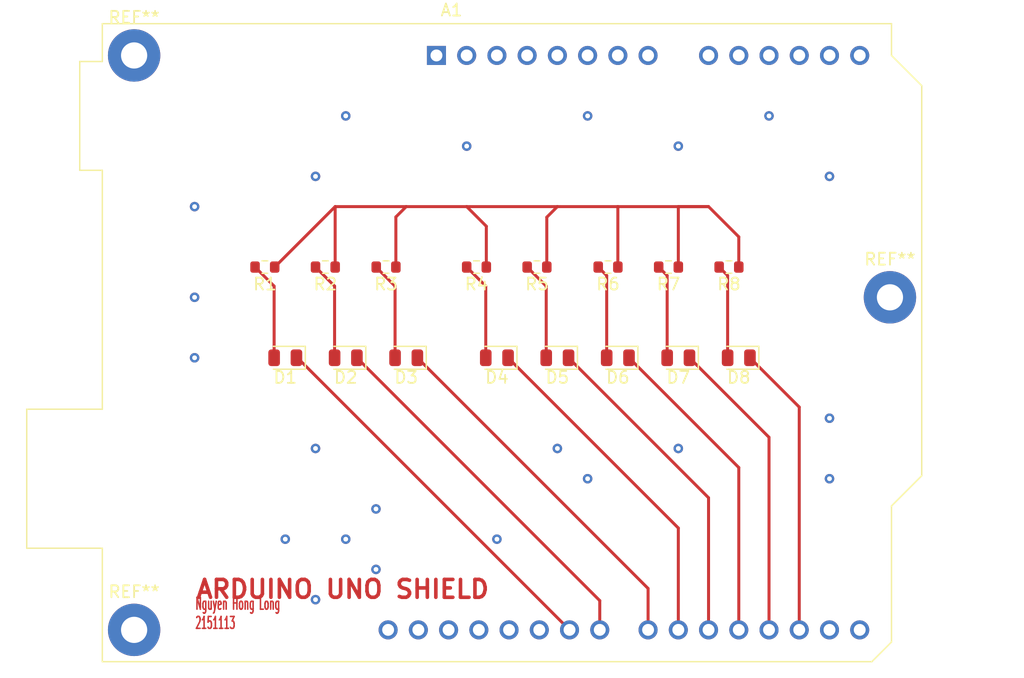
<source format=kicad_pcb>
(kicad_pcb (version 20221018) (generator pcbnew)
  (layers (0 "F.Cu" signal) (31 "B.Cu" signal) (34 "B.Paste" user) (35 "F.Paste" user) (36 "B.SilkS" user "B.Silkscreen") (37 "F.SilkS" user "F.Silkscreen") (38 "B.Mask" user) (39 "F.Mask" user) (44 "Edge.Cuts" user))
  (net 0 "")
  (net 3 "Net-(A1-D9)")
  (net 4 "Net-(D1-A)")
  (net 5 "Net-(A1-D8)")
  (net 6 "Net-(D2-A)")
  (net 7 "Net-(A1-D7)")
  (net 8 "Net-(D3-A)")
  (net 9 "Net-(A1-D6)")
  (net 10 "Net-(D4-A)")
  (net 11 "Net-(A1-D5)")
  (net 12 "Net-(D5-A)")
  (net 13 "Net-(A1-D4)")
  (net 14 "Net-(D6-A)")
  (net 15 "Net-(A1-D3)")
  (net 16 "Net-(D7-A)")
  (net 17 "Net-(A1-D2)")
  (net 18 "Net-(D8-A)")
  (net 19 "Net-(A1-+5V)")
  (net 22 "GND")
  (footprint "MountingHole:MountingHole_2.2mm_M2_Pad" (layer "F.Cu") (at 114.3 119.38)
    (fp_text reference "REF**" (at 0 -3.2) (layer "F.SilkS"))
    (fp_text value "MountingHole_2.2mm_M2_Pad")
    (pad "1" thru_hole circle (at 0 0) (size 4.4 4.4) (drill 2.2) (layers "*.Cu" "*.Mask"))
  )
  (footprint "MountingHole:MountingHole_2.2mm_M2_Pad" (layer "F.Cu") (at 114.3 71.12)
    (fp_text reference "REF**" (at 0 -3.2) (layer "F.SilkS"))
    (fp_text value "MountingHole_2.2mm_M2_Pad")
    (pad "1" thru_hole circle (at 0 0) (size 4.4 4.4) (drill 2.2) (layers "*.Cu" "*.Mask"))
  )
  (footprint "Resistor_SMD:R_0603_1608Metric" (layer "F.Cu") (at 130.365 88.9 180)
    (fp_text reference "R2" (at 0 -1.43) (layer "F.SilkS"))
    (fp_text value "247")
    (fp_line (start -0.237258 -0.5225) (end 0.237258 -0.5225) (stroke (width 0.12)) (layer "F.SilkS"))
    (fp_line (start -0.237258 0.5225) (end 0.237258 0.5225) (stroke (width 0.12)) (layer "F.SilkS"))
    (pad "1" smd roundrect (at -0.825 0 180) (size 0.8 0.95) (layers "F.Cu" "F.Paste" "F.Mask") (net 19 "Net-(A1-+5V)"))
    (pad "2" smd roundrect (at 0.825 0 180) (size 0.8 0.95) (layers "F.Cu" "F.Paste" "F.Mask") (net 6 "Net-(D2-A)"))
  )
  (footprint "LED_SMD:LED_0805_2012Metric" (layer "F.Cu") (at 127 96.52 180)
    (fp_text reference "D1" (at 0 -1.65) (layer "F.SilkS"))
    (fp_text value "LED")
    (fp_line (start -1.685 -0.96) (end -1.685 0.96) (stroke (width 0.12)) (layer "F.SilkS"))
    (fp_line (start -1.685 0.96) (end 1 0.96) (stroke (width 0.12)) (layer "F.SilkS"))
    (fp_line (start 1 -0.96) (end -1.685 -0.96) (stroke (width 0.12)) (layer "F.SilkS"))
    (pad "1" smd roundrect (at -0.9375 0 180) (size 0.975 1.4) (layers "F.Cu" "F.Paste" "F.Mask") (net 3 "Net-(A1-D9)"))
    (pad "2" smd roundrect (at 0.9375 0 180) (size 0.975 1.4) (layers "F.Cu" "F.Paste" "F.Mask") (net 4 "Net-(D1-A)"))
  )
  (footprint "LED_SMD:LED_0805_2012Metric" (layer "F.Cu") (at 149.86 96.52 180)
    (fp_text reference "D5" (at 0 -1.65) (layer "F.SilkS"))
    (fp_text value "LED")
    (fp_line (start -1.685 -0.96) (end -1.685 0.96) (stroke (width 0.12)) (layer "F.SilkS"))
    (fp_line (start -1.685 0.96) (end 1 0.96) (stroke (width 0.12)) (layer "F.SilkS"))
    (fp_line (start 1 -0.96) (end -1.685 -0.96) (stroke (width 0.12)) (layer "F.SilkS"))
    (pad "1" smd roundrect (at -0.9375 0 180) (size 0.975 1.4) (layers "F.Cu" "F.Paste" "F.Mask") (net 11 "Net-(A1-D5)"))
    (pad "2" smd roundrect (at 0.9375 0 180) (size 0.975 1.4) (layers "F.Cu" "F.Paste" "F.Mask") (net 12 "Net-(D5-A)"))
  )
  (footprint "Resistor_SMD:R_0603_1608Metric" (layer "F.Cu") (at 135.465 88.9 180)
    (fp_text reference "R3" (at 0 -1.43) (layer "F.SilkS"))
    (fp_text value "247")
    (fp_line (start -0.237258 -0.5225) (end 0.237258 -0.5225) (stroke (width 0.12)) (layer "F.SilkS"))
    (fp_line (start -0.237258 0.5225) (end 0.237258 0.5225) (stroke (width 0.12)) (layer "F.SilkS"))
    (pad "1" smd roundrect (at -0.825 0 180) (size 0.8 0.95) (layers "F.Cu" "F.Paste" "F.Mask") (net 19 "Net-(A1-+5V)"))
    (pad "2" smd roundrect (at 0.825 0 180) (size 0.8 0.95) (layers "F.Cu" "F.Paste" "F.Mask") (net 8 "Net-(D3-A)"))
  )
  (footprint "Resistor_SMD:R_0603_1608Metric" (layer "F.Cu") (at 148.145 88.9 180)
    (fp_text reference "R5" (at 0 -1.43) (layer "F.SilkS"))
    (fp_text value "247")
    (fp_line (start -0.237258 -0.5225) (end 0.237258 -0.5225) (stroke (width 0.12)) (layer "F.SilkS"))
    (fp_line (start -0.237258 0.5225) (end 0.237258 0.5225) (stroke (width 0.12)) (layer "F.SilkS"))
    (pad "1" smd roundrect (at -0.825 0 180) (size 0.8 0.95) (layers "F.Cu" "F.Paste" "F.Mask") (net 19 "Net-(A1-+5V)"))
    (pad "2" smd roundrect (at 0.825 0 180) (size 0.8 0.95) (layers "F.Cu" "F.Paste" "F.Mask") (net 12 "Net-(D5-A)"))
  )
  (footprint "LED_SMD:LED_0805_2012Metric" (layer "F.Cu") (at 132.08 96.52 180)
    (fp_text reference "D2" (at 0 -1.65) (layer "F.SilkS"))
    (fp_text value "LED")
    (fp_line (start -1.685 -0.96) (end -1.685 0.96) (stroke (width 0.12)) (layer "F.SilkS"))
    (fp_line (start -1.685 0.96) (end 1 0.96) (stroke (width 0.12)) (layer "F.SilkS"))
    (fp_line (start 1 -0.96) (end -1.685 -0.96) (stroke (width 0.12)) (layer "F.SilkS"))
    (pad "1" smd roundrect (at -0.9375 0 180) (size 0.975 1.4) (layers "F.Cu" "F.Paste" "F.Mask") (net 5 "Net-(A1-D8)"))
    (pad "2" smd roundrect (at 0.9375 0 180) (size 0.975 1.4) (layers "F.Cu" "F.Paste" "F.Mask") (net 6 "Net-(D2-A)"))
  )
  (footprint "LED_SMD:LED_0805_2012Metric" (layer "F.Cu") (at 165.1 96.52 180)
    (fp_text reference "D8" (at 0 -1.65) (layer "F.SilkS"))
    (fp_text value "LED")
    (fp_line (start -1.685 -0.96) (end -1.685 0.96) (stroke (width 0.12)) (layer "F.SilkS"))
    (fp_line (start -1.685 0.96) (end 1 0.96) (stroke (width 0.12)) (layer "F.SilkS"))
    (fp_line (start 1 -0.96) (end -1.685 -0.96) (stroke (width 0.12)) (layer "F.SilkS"))
    (pad "1" smd roundrect (at -0.9375 0 180) (size 0.975 1.4) (layers "F.Cu" "F.Paste" "F.Mask") (net 17 "Net-(A1-D2)"))
    (pad "2" smd roundrect (at 0.9375 0 180) (size 0.975 1.4) (layers "F.Cu" "F.Paste" "F.Mask") (net 18 "Net-(D8-A)"))
  )
  (footprint "Module:Arduino_UNO_R2" (layer "F.Cu") (at 139.7 71.12)
    (fp_text reference "A1" (at 1.27 -3.81 180) (layer "F.SilkS"))
    (fp_text value "Arduino_UNO_R2")
    (fp_line (start -34.42 29.72) (end -34.42 41.4) (stroke (width 0.12)) (layer "F.SilkS"))
    (fp_line (start -34.42 41.4) (end -28.07 41.4) (stroke (width 0.12)) (layer "F.SilkS"))
    (fp_line (start -29.97 0.51) (end -29.97 9.65) (stroke (width 0.12)) (layer "F.SilkS"))
    (fp_line (start -29.97 9.65) (end -28.07 9.65) (stroke (width 0.12)) (layer "F.SilkS"))
    (fp_line (start -28.07 -2.67) (end -28.07 0.51) (stroke (width 0.12)) (layer "F.SilkS"))
    (fp_line (start -28.07 0.51) (end -29.97 0.51) (stroke (width 0.12)) (layer "F.SilkS"))
    (fp_line (start -28.07 9.65) (end -28.07 29.72) (stroke (width 0.12)) (layer "F.SilkS"))
    (fp_line (start -28.07 29.72) (end -34.42 29.72) (stroke (width 0.12)) (layer "F.SilkS"))
    (fp_line (start -28.07 41.4) (end -28.07 50.93) (stroke (width 0.12)) (layer "F.SilkS"))
    (fp_line (start -28.07 50.93) (end 36.58 50.93) (stroke (width 0.12)) (layer "F.SilkS"))
    (fp_line (start 36.58 50.93) (end 38.23 49.28) (stroke (width 0.12)) (layer "F.SilkS"))
    (fp_line (start 38.23 -2.67) (end -28.07 -2.67) (stroke (width 0.12)) (layer "F.SilkS"))
    (fp_line (start 38.23 0) (end 38.23 -2.67) (stroke (width 0.12)) (layer "F.SilkS"))
    (fp_line (start 38.23 37.85) (end 40.77 35.31) (stroke (width 0.12)) (layer "F.SilkS"))
    (fp_line (start 38.23 49.28) (end 38.23 37.85) (stroke (width 0.12)) (layer "F.SilkS"))
    (fp_line (start 40.77 2.54) (end 38.23 0) (stroke (width 0.12)) (layer "F.SilkS"))
    (fp_line (start 40.77 35.31) (end 40.77 2.54) (stroke (width 0.12)) (layer "F.SilkS"))
    (pad "1" thru_hole rect (at 0 0 90) (size 1.6 1.6) (drill 1) (layers "*.Cu" "*.Mask"))
    (pad "2" thru_hole oval (at 2.54 0 90) (size 1.6 1.6) (drill 1) (layers "*.Cu" "*.Mask"))
    (pad "3" thru_hole oval (at 5.08 0 90) (size 1.6 1.6) (drill 1) (layers "*.Cu" "*.Mask"))
    (pad "4" thru_hole oval (at 7.62 0 90) (size 1.6 1.6) (drill 1) (layers "*.Cu" "*.Mask"))
    (pad "5" thru_hole oval (at 10.16 0 90) (size 1.6 1.6) (drill 1) (layers "*.Cu" "*.Mask") (net 19 "Net-(A1-+5V)"))
    (pad "6" thru_hole oval (at 12.7 0 90) (size 1.6 1.6) (drill 1) (layers "*.Cu" "*.Mask") (net 22 "GND"))
    (pad "7" thru_hole oval (at 15.24 0 90) (size 1.6 1.6) (drill 1) (layers "*.Cu" "*.Mask") (net 22 "GND"))
    (pad "8" thru_hole oval (at 17.78 0 90) (size 1.6 1.6) (drill 1) (layers "*.Cu" "*.Mask"))
    (pad "9" thru_hole oval (at 22.86 0 90) (size 1.6 1.6) (drill 1) (layers "*.Cu" "*.Mask"))
    (pad "10" thru_hole oval (at 25.4 0 90) (size 1.6 1.6) (drill 1) (layers "*.Cu" "*.Mask"))
    (pad "11" thru_hole oval (at 27.94 0 90) (size 1.6 1.6) (drill 1) (layers "*.Cu" "*.Mask"))
    (pad "12" thru_hole oval (at 30.48 0 90) (size 1.6 1.6) (drill 1) (layers "*.Cu" "*.Mask"))
    (pad "13" thru_hole oval (at 33.02 0 90) (size 1.6 1.6) (drill 1) (layers "*.Cu" "*.Mask"))
    (pad "14" thru_hole oval (at 35.56 0 90) (size 1.6 1.6) (drill 1) (layers "*.Cu" "*.Mask"))
    (pad "15" thru_hole oval (at 35.56 48.26 90) (size 1.6 1.6) (drill 1) (layers "*.Cu" "*.Mask"))
    (pad "16" thru_hole oval (at 33.02 48.26 90) (size 1.6 1.6) (drill 1) (layers "*.Cu" "*.Mask"))
    (pad "17" thru_hole oval (at 30.48 48.26 90) (size 1.6 1.6) (drill 1) (layers "*.Cu" "*.Mask") (net 17 "Net-(A1-D2)"))
    (pad "18" thru_hole oval (at 27.94 48.26 90) (size 1.6 1.6) (drill 1) (layers "*.Cu" "*.Mask") (net 15 "Net-(A1-D3)"))
    (pad "19" thru_hole oval (at 25.4 48.26 90) (size 1.6 1.6) (drill 1) (layers "*.Cu" "*.Mask") (net 13 "Net-(A1-D4)"))
    (pad "20" thru_hole oval (at 22.86 48.26 90) (size 1.6 1.6) (drill 1) (layers "*.Cu" "*.Mask") (net 11 "Net-(A1-D5)"))
    (pad "21" thru_hole oval (at 20.32 48.26 90) (size 1.6 1.6) (drill 1) (layers "*.Cu" "*.Mask") (net 9 "Net-(A1-D6)"))
    (pad "22" thru_hole oval (at 17.78 48.26 90) (size 1.6 1.6) (drill 1) (layers "*.Cu" "*.Mask") (net 7 "Net-(A1-D7)"))
    (pad "23" thru_hole oval (at 13.72 48.26 90) (size 1.6 1.6) (drill 1) (layers "*.Cu" "*.Mask") (net 5 "Net-(A1-D8)"))
    (pad "24" thru_hole oval (at 11.18 48.26 90) (size 1.6 1.6) (drill 1) (layers "*.Cu" "*.Mask") (net 3 "Net-(A1-D9)"))
    (pad "25" thru_hole oval (at 8.64 48.26 90) (size 1.6 1.6) (drill 1) (layers "*.Cu" "*.Mask"))
    (pad "26" thru_hole oval (at 6.1 48.26 90) (size 1.6 1.6) (drill 1) (layers "*.Cu" "*.Mask"))
    (pad "27" thru_hole oval (at 3.56 48.26 90) (size 1.6 1.6) (drill 1) (layers "*.Cu" "*.Mask"))
    (pad "28" thru_hole oval (at 1.02 48.26 90) (size 1.6 1.6) (drill 1) (layers "*.Cu" "*.Mask"))
    (pad "29" thru_hole oval (at -1.52 48.26 90) (size 1.6 1.6) (drill 1) (layers "*.Cu" "*.Mask") (net 22 "GND"))
    (pad "30" thru_hole oval (at -4.06 48.26 90) (size 1.6 1.6) (drill 1) (layers "*.Cu" "*.Mask"))
  )
  (footprint "LED_SMD:LED_0805_2012Metric" (layer "F.Cu") (at 160.02 96.52 180)
    (fp_text reference "D7" (at 0 -1.65) (layer "F.SilkS"))
    (fp_text value "LED")
    (fp_line (start -1.685 -0.96) (end -1.685 0.96) (stroke (width 0.12)) (layer "F.SilkS"))
    (fp_line (start -1.685 0.96) (end 1 0.96) (stroke (width 0.12)) (layer "F.SilkS"))
    (fp_line (start 1 -0.96) (end -1.685 -0.96) (stroke (width 0.12)) (layer "F.SilkS"))
    (pad "1" smd roundrect (at -0.9375 0 180) (size 0.975 1.4) (layers "F.Cu" "F.Paste" "F.Mask") (net 15 "Net-(A1-D3)"))
    (pad "2" smd roundrect (at 0.9375 0 180) (size 0.975 1.4) (layers "F.Cu" "F.Paste" "F.Mask") (net 16 "Net-(D7-A)"))
  )
  (footprint "LED_SMD:LED_0805_2012Metric" (layer "F.Cu") (at 154.94 96.52 180)
    (fp_text reference "D6" (at 0 -1.65) (layer "F.SilkS"))
    (fp_text value "LED")
    (fp_line (start -1.685 -0.96) (end -1.685 0.96) (stroke (width 0.12)) (layer "F.SilkS"))
    (fp_line (start -1.685 0.96) (end 1 0.96) (stroke (width 0.12)) (layer "F.SilkS"))
    (fp_line (start 1 -0.96) (end -1.685 -0.96) (stroke (width 0.12)) (layer "F.SilkS"))
    (pad "1" smd roundrect (at -0.9375 0 180) (size 0.975 1.4) (layers "F.Cu" "F.Paste" "F.Mask") (net 13 "Net-(A1-D4)"))
    (pad "2" smd roundrect (at 0.9375 0 180) (size 0.975 1.4) (layers "F.Cu" "F.Paste" "F.Mask") (net 14 "Net-(D6-A)"))
  )
  (footprint "LED_SMD:LED_0805_2012Metric" (layer "F.Cu") (at 137.16 96.52 180)
    (fp_text reference "D3" (at 0 -1.65) (layer "F.SilkS"))
    (fp_text value "LED")
    (fp_line (start -1.685 -0.96) (end -1.685 0.96) (stroke (width 0.12)) (layer "F.SilkS"))
    (fp_line (start -1.685 0.96) (end 1 0.96) (stroke (width 0.12)) (layer "F.SilkS"))
    (fp_line (start 1 -0.96) (end -1.685 -0.96) (stroke (width 0.12)) (layer "F.SilkS"))
    (pad "1" smd roundrect (at -0.9375 0 180) (size 0.975 1.4) (layers "F.Cu" "F.Paste" "F.Mask") (net 7 "Net-(A1-D7)"))
    (pad "2" smd roundrect (at 0.9375 0 180) (size 0.975 1.4) (layers "F.Cu" "F.Paste" "F.Mask") (net 8 "Net-(D3-A)"))
  )
  (footprint "LED_SMD:LED_0805_2012Metric" (layer "F.Cu") (at 144.78 96.52 180)
    (fp_text reference "D4" (at 0 -1.65) (layer "F.SilkS"))
    (fp_text value "LED")
    (fp_line (start -1.685 -0.96) (end -1.685 0.96) (stroke (width 0.12)) (layer "F.SilkS"))
    (fp_line (start -1.685 0.96) (end 1 0.96) (stroke (width 0.12)) (layer "F.SilkS"))
    (fp_line (start 1 -0.96) (end -1.685 -0.96) (stroke (width 0.12)) (layer "F.SilkS"))
    (pad "1" smd roundrect (at -0.9375 0 180) (size 0.975 1.4) (layers "F.Cu" "F.Paste" "F.Mask") (net 9 "Net-(A1-D6)"))
    (pad "2" smd roundrect (at 0.9375 0 180) (size 0.975 1.4) (layers "F.Cu" "F.Paste" "F.Mask") (net 10 "Net-(D4-A)"))
  )
  (footprint "Resistor_SMD:R_0603_1608Metric" (layer "F.Cu") (at 143.065 88.9 180)
    (fp_text reference "R4" (at 0 -1.43) (layer "F.SilkS"))
    (fp_text value "247")
    (fp_line (start -0.237258 -0.5225) (end 0.237258 -0.5225) (stroke (width 0.12)) (layer "F.SilkS"))
    (fp_line (start -0.237258 0.5225) (end 0.237258 0.5225) (stroke (width 0.12)) (layer "F.SilkS"))
    (pad "1" smd roundrect (at -0.825 0 180) (size 0.8 0.95) (layers "F.Cu" "F.Paste" "F.Mask") (net 19 "Net-(A1-+5V)"))
    (pad "2" smd roundrect (at 0.825 0 180) (size 0.8 0.95) (layers "F.Cu" "F.Paste" "F.Mask") (net 10 "Net-(D4-A)"))
  )
  (footprint "Resistor_SMD:R_0603_1608Metric" (layer "F.Cu") (at 159.195 88.9 180)
    (fp_text reference "R7" (at 0 -1.43) (layer "F.SilkS"))
    (fp_text value "247")
    (fp_line (start -0.237258 -0.5225) (end 0.237258 -0.5225) (stroke (width 0.12)) (layer "F.SilkS"))
    (fp_line (start -0.237258 0.5225) (end 0.237258 0.5225) (stroke (width 0.12)) (layer "F.SilkS"))
    (pad "1" smd roundrect (at -0.825 0 180) (size 0.8 0.95) (layers "F.Cu" "F.Paste" "F.Mask") (net 19 "Net-(A1-+5V)"))
    (pad "2" smd roundrect (at 0.825 0 180) (size 0.8 0.95) (layers "F.Cu" "F.Paste" "F.Mask") (net 16 "Net-(D7-A)"))
  )
  (footprint "Resistor_SMD:R_0603_1608Metric" (layer "F.Cu") (at 164.275 88.9 180)
    (fp_text reference "R8" (at 0 -1.43) (layer "F.SilkS"))
    (fp_text value "247")
    (fp_line (start -0.237258 -0.5225) (end 0.237258 -0.5225) (stroke (width 0.12)) (layer "F.SilkS"))
    (fp_line (start -0.237258 0.5225) (end 0.237258 0.5225) (stroke (width 0.12)) (layer "F.SilkS"))
    (pad "1" smd roundrect (at -0.825 0 180) (size 0.8 0.95) (layers "F.Cu" "F.Paste" "F.Mask") (net 19 "Net-(A1-+5V)"))
    (pad "2" smd roundrect (at 0.825 0 180) (size 0.8 0.95) (layers "F.Cu" "F.Paste" "F.Mask") (net 18 "Net-(D8-A)"))
  )
  (footprint "MountingHole:MountingHole_2.2mm_M2_Pad" (layer "F.Cu") (at 177.8 91.44)
    (fp_text reference "REF**" (at 0 -3.2) (layer "F.SilkS"))
    (fp_text value "MountingHole_2.2mm_M2_Pad")
    (pad "1" thru_hole circle (at 0 0) (size 4.4 4.4) (drill 2.2) (layers "*.Cu" "*.Mask"))
  )
  (footprint "Resistor_SMD:R_0603_1608Metric" (layer "F.Cu") (at 154.115 88.9 180)
    (fp_text reference "R6" (at 0 -1.43) (layer "F.SilkS"))
    (fp_text value "247")
    (fp_line (start -0.237258 -0.5225) (end 0.237258 -0.5225) (stroke (width 0.12)) (layer "F.SilkS"))
    (fp_line (start -0.237258 0.5225) (end 0.237258 0.5225) (stroke (width 0.12)) (layer "F.SilkS"))
    (pad "1" smd roundrect (at -0.825 0 180) (size 0.8 0.95) (layers "F.Cu" "F.Paste" "F.Mask") (net 19 "Net-(A1-+5V)"))
    (pad "2" smd roundrect (at 0.825 0 180) (size 0.8 0.95) (layers "F.Cu" "F.Paste" "F.Mask") (net 14 "Net-(D6-A)"))
  )
  (footprint "Resistor_SMD:R_0603_1608Metric" (layer "F.Cu") (at 125.285 88.9 180)
    (fp_text reference "R1" (at 0 -1.43) (layer "F.SilkS"))
    (fp_text value "247")
    (fp_line (start -0.237258 -0.5225) (end 0.237258 -0.5225) (stroke (width 0.12)) (layer "F.SilkS"))
    (fp_line (start -0.237258 0.5225) (end 0.237258 0.5225) (stroke (width 0.12)) (layer "F.SilkS"))
    (pad "1" smd roundrect (at -0.825 0 180) (size 0.8 0.95) (layers "F.Cu" "F.Paste" "F.Mask") (net 19 "Net-(A1-+5V)"))
    (pad "2" smd roundrect (at 0.825 0 180) (size 0.8 0.95) (layers "F.Cu" "F.Paste" "F.Mask") (net 4 "Net-(D1-A)"))
  )
  (gr_text "Nguyen Hong Long\n2151113\n" (at 119.38 119.38) (layer "F.Cu") (effects (font (size 1 0.5) (thickness 0.125) bold) (justify left bottom)))
  (gr_text "ARDUINO UNO SHIELD" (at 119.38 116.84) (layer "F.Cu") (effects (font (size 1.5 1.5) (thickness 0.3) bold) (justify left bottom)))
  (via (at 132.08 111.76) (size 0.8) (drill 0.4) (layers "F.Cu" "B.Cu") (net 0))
  (via (at 172.72 101.6) (size 0.8) (drill 0.4) (layers "F.Cu" "B.Cu") (net 0))
  (via (at 142.24 78.74) (size 0.8) (drill 0.4) (layers "F.Cu" "B.Cu") (net 0))
  (via (at 119.38 91.44) (size 0.8) (drill 0.4) (layers "F.Cu" "B.Cu") (net 0))
  (via (at 132.08 76.2) (size 0.8) (drill 0.4) (layers "F.Cu" "B.Cu") (net 0))
  (via (at 119.38 83.82) (size 0.8) (drill 0.4) (layers "F.Cu" "B.Cu") (net 0))
  (via (at 129.54 81.28) (size 0.8) (drill 0.4) (layers "F.Cu" "B.Cu") (net 0))
  (via (at 172.72 81.28) (size 0.8) (drill 0.4) (layers "F.Cu" "B.Cu") (net 0))
  (via (at 160.02 104.14) (size 0.8) (drill 0.4) (layers "F.Cu" "B.Cu") (net 0))
  (via (at 152.4 106.68) (size 0.8) (drill 0.4) (layers "F.Cu" "B.Cu") (net 0))
  (via (at 144.78 111.76) (size 0.8) (drill 0.4) (layers "F.Cu" "B.Cu") (net 0))
  (via (at 167.64 76.2) (size 0.8) (drill 0.4) (layers "F.Cu" "B.Cu") (net 0))
  (via (at 134.62 114.3) (size 0.8) (drill 0.4) (layers "F.Cu" "B.Cu") (net 0))
  (via (at 127 111.76) (size 0.8) (drill 0.4) (layers "F.Cu" "B.Cu") (net 0))
  (via (at 129.54 116.84) (size 0.8) (drill 0.4) (layers "F.Cu" "B.Cu") (net 0))
  (via (at 172.72 106.68) (size 0.8) (drill 0.4) (layers "F.Cu" "B.Cu") (net 0))
  (via (at 119.38 96.52) (size 0.8) (drill 0.4) (layers "F.Cu" "B.Cu") (net 0))
  (via (at 149.86 104.14) (size 0.8) (drill 0.4) (layers "F.Cu" "B.Cu") (net 0))
  (via (at 152.4 76.2) (size 0.8) (drill 0.4) (layers "F.Cu" "B.Cu") (net 0))
  (via (at 129.54 104.14) (size 0.8) (drill 0.4) (layers "F.Cu" "B.Cu") (net 0))
  (via (at 134.62 109.22) (size 0.8) (drill 0.4) (layers "F.Cu" "B.Cu") (net 0))
  (via (at 160.02 78.74) (size 0.8) (drill 0.4) (layers "F.Cu" "B.Cu") (net 0))
  (segment (start 128.02 96.52) (end 127.9375 96.52) (width 0.25) (layer "F.Cu") (net 3))
  (segment (start 150.88 119.38) (end 128.02 96.52) (width 0.25) (layer "F.Cu") (net 3))
  (segment (start 126.0625 96.52) (end 126.0625 90.5025) (width 0.25) (layer "F.Cu") (net 4))
  (segment (start 126.0625 90.5025) (end 124.46 88.9) (width 0.25) (layer "F.Cu") (net 4))
  (segment (start 153.42 119.38) (end 153.42 116.9225) (width 0.25) (layer "F.Cu") (net 5))
  (segment (start 153.42 116.9225) (end 133.0175 96.52) (width 0.25) (layer "F.Cu") (net 5))
  (segment (start 131.1425 90.5025) (end 129.54 88.9) (width 0.25) (layer "F.Cu") (net 6))
  (segment (start 131.1425 96.52) (end 131.1425 90.5025) (width 0.25) (layer "F.Cu") (net 6))
  (segment (start 157.48 115.9025) (end 138.0975 96.52) (width 0.25) (layer "F.Cu") (net 7))
  (segment (start 157.48 119.38) (end 157.48 115.9025) (width 0.25) (layer "F.Cu") (net 7))
  (segment (start 136.2225 96.52) (end 136.2225 90.5025) (width 0.25) (layer "F.Cu") (net 8))
  (segment (start 134.62 88.9) (end 134.64 88.9) (width 0.25) (layer "F.Cu") (net 8))
  (segment (start 136.2225 90.5025) (end 134.62 88.9) (width 0.25) (layer "F.Cu") (net 8))
  (segment (start 160.02 110.8225) (end 145.7175 96.52) (width 0.25) (layer "F.Cu") (net 9))
  (segment (start 160.02 119.38) (end 160.02 110.8225) (width 0.25) (layer "F.Cu") (net 9))
  (segment (start 143.8425 96.52) (end 143.8425 90.5025) (width 0.25) (layer "F.Cu") (net 10))
  (segment (start 143.8425 90.5025) (end 142.24 88.9) (width 0.25) (layer "F.Cu") (net 10))
  (segment (start 162.56 119.38) (end 162.56 108.2825) (width 0.25) (layer "F.Cu") (net 11))
  (segment (start 162.56 108.2825) (end 150.7975 96.52) (width 0.25) (layer "F.Cu") (net 11))
  (segment (start 148.9225 96.52) (end 148.9225 90.5025) (width 0.25) (layer "F.Cu") (net 12))
  (segment (start 148.9225 90.5025) (end 147.32 88.9) (width 0.25) (layer "F.Cu") (net 12))
  (segment (start 165.1 105.7425) (end 155.8775 96.52) (width 0.25) (layer "F.Cu") (net 13))
  (segment (start 165.1 119.38) (end 165.1 105.7425) (width 0.25) (layer "F.Cu") (net 13))
  (segment (start 154.0025 96.52) (end 154.0025 89.6125) (width 0.25) (layer "F.Cu") (net 14))
  (segment (start 154.0025 89.6125) (end 153.29 88.9) (width 0.25) (layer "F.Cu") (net 14))
  (segment (start 167.64 103.2025) (end 160.9575 96.52) (width 0.25) (layer "F.Cu") (net 15))
  (segment (start 167.64 119.38) (end 167.64 103.2025) (width 0.25) (layer "F.Cu") (net 15))
  (segment (start 159.0825 89.6125) (end 158.37 88.9) (width 0.25) (layer "F.Cu") (net 16))
  (segment (start 159.0825 96.52) (end 159.0825 89.6125) (width 0.25) (layer "F.Cu") (net 16))
  (segment (start 170.18 119.38) (end 170.18 100.6625) (width 0.25) (layer "F.Cu") (net 17))
  (segment (start 170.18 100.6625) (end 166.0375 96.52) (width 0.25) (layer "F.Cu") (net 17))
  (segment (start 164.1625 89.6125) (end 163.45 88.9) (width 0.25) (layer "F.Cu") (net 18))
  (segment (start 164.1625 96.52) (end 164.1625 89.6125) (width 0.25) (layer "F.Cu") (net 18))
  (segment (start 137.16 83.82) (end 142.24 83.82) (width 0.25) (layer "F.Cu") (net 19))
  (segment (start 143.89 85.47) (end 142.24 83.82) (width 0.25) (layer "F.Cu") (net 19))
  (segment (start 149.86 83.82) (end 154.94 83.82) (width 0.25) (layer "F.Cu") (net 19))
  (segment (start 160.02 83.82) (end 162.56 83.82) (width 0.25) (layer "F.Cu") (net 19))
  (segment (start 131.19 88.9) (end 131.19 83.82) (width 0.25) (layer "F.Cu") (net 19))
  (segment (start 148.97 88.9) (end 148.97 84.71) (width 0.25) (layer "F.Cu") (net 19))
  (segment (start 154.94 83.82) (end 162.56 83.82) (width 0.25) (layer "F.Cu") (net 19))
  (segment (start 142.24 83.82) (end 149.86 83.82) (width 0.25) (layer "F.Cu") (net 19))
  (segment (start 165.1 86.36) (end 165.1 88.9) (width 0.25) (layer "F.Cu") (net 19))
  (segment (start 154.94 88.9) (end 154.94 83.82) (width 0.25) (layer "F.Cu") (net 19))
  (segment (start 136.29 88.9) (end 136.29 84.69) (width 0.25) (layer "F.Cu") (net 19))
  (segment (start 126.11 88.9) (end 131.19 83.82) (width 0.25) (layer "F.Cu") (net 19))
  (segment (start 131.19 83.82) (end 137.16 83.82) (width 0.25) (layer "F.Cu") (net 19))
  (segment (start 148.97 84.71) (end 149.86 83.82) (width 0.25) (layer "F.Cu") (net 19))
  (segment (start 143.89 88.9) (end 143.89 85.47) (width 0.25) (layer "F.Cu") (net 19))
  (segment (start 162.56 83.82) (end 165.1 86.36) (width 0.25) (layer "F.Cu") (net 19))
  (segment (start 160.02 88.9) (end 160.02 83.82) (width 0.25) (layer "F.Cu") (net 19))
  (segment (start 136.29 84.69) (end 137.16 83.82) (width 0.25) (layer "F.Cu") (net 19))
)
</source>
